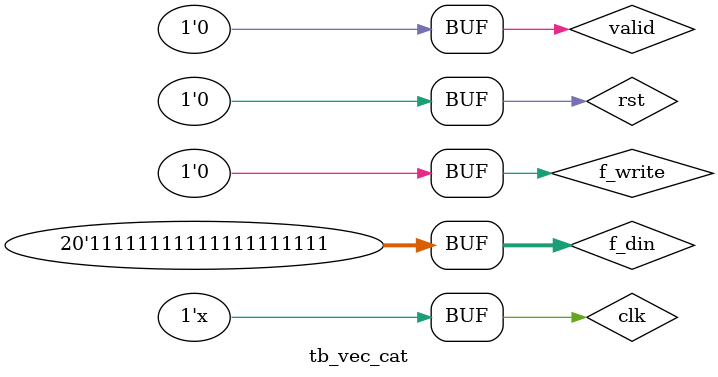
<source format=v>
`timescale 1ns / 1ps

`include "../../sources_1/new/srl_fifo.v"
`include "../../sources_1/new/vec_cat.v"

module tb_vec_cat(

    );

    localparam BUS_WIDTH = 20;
    localparam VECTOR_WIDTH = 35;

    localparam CLK_PERIOD = 10;
    localparam HALF_CLK_PERIOD = CLK_PERIOD/2;

    reg clk = 1'b0;
    reg rst = 1'b1;
    reg [BUS_WIDTH-1:0] vector;
    reg valid = 1'b0;
    wire [BUS_WIDTH-1:0] cat_vector;
    wire cat_valid;

    // FIFO SIGNALS
    reg f_write                 = 1'b0;
    reg [BUS_WIDTH-1:0] f_din   = 20'b0;
    wire f_read;
    wire [BUS_WIDTH-1:0] f_dout;
    wire f_full;
    wire f_empty;


    // TEST FIFO
    srl_fifo
    #(
        .WIDTH(BUS_WIDTH),
        .DEPTH(VECTOR_WIDTH)
    ) test_fifo (
        .clk(clk),
        .rst(rst),
        .wr(f_write),
        .d(f_din),
        .full(f_full),
        .rd(f_read),
        .q(f_dout),
        .empty(f_empty)
    );



    // DUT
    vec_cat
    #(
        .BUS_WIDTH(BUS_WIDTH),
        .VECTOR_WIDTH(VECTOR_WIDTH)
    ) uut(
        .clk(clk),
        .rst(rst),
        .i_Vector(f_dout),
        .i_Valid(~f_empty),
        .o_Vector(cat_vector),
        .o_Valid(cat_valid),
	    .o_Read(f_read)
    );

    always begin 
        clk <= ~clk;
        #HALF_CLK_PERIOD;
    end

    // FILL FIFO

    initial begin
        #50;
        f_write <= 1'b1;
        rst <= 1'b0;
        f_din <= 20'b11111111111111111111;
        #CLK_PERIOD;
        f_din <= 20'b11111111111111100110;
        #CLK_PERIOD;
        f_din <= 20'b01100110011001100110;
        #CLK_PERIOD;
        f_din <= 20'b01100110011111111111;
        #CLK_PERIOD;
        f_din <= 20'b11111111111111111111;
        #CLK_PERIOD;
        f_din <= 20'b11111010101010101010;
        #CLK_PERIOD;
        f_din <= 20'b10101010101010101010;
        #CLK_PERIOD;
        f_din <= 20'b11111111111111111111;
        #CLK_PERIOD;
        f_din <= 20'b11111111111111100110;
        #CLK_PERIOD;
        f_din <= 20'b01100110011001100110;
        #CLK_PERIOD;
        f_din <= 20'b01100110011111111111;
        #CLK_PERIOD;
        f_din <= 20'b11111111111111111111;
        #CLK_PERIOD;
        f_din <= 20'b11111010101010101010;
        #CLK_PERIOD;
        f_din <= 20'b10101010101010101010;
        #CLK_PERIOD;
        f_din <= 20'b11111111111111111111;
        f_write <= 1'b0;
        #CLK_PERIOD;
        //valid <= 1'b0;
    end


endmodule

</source>
